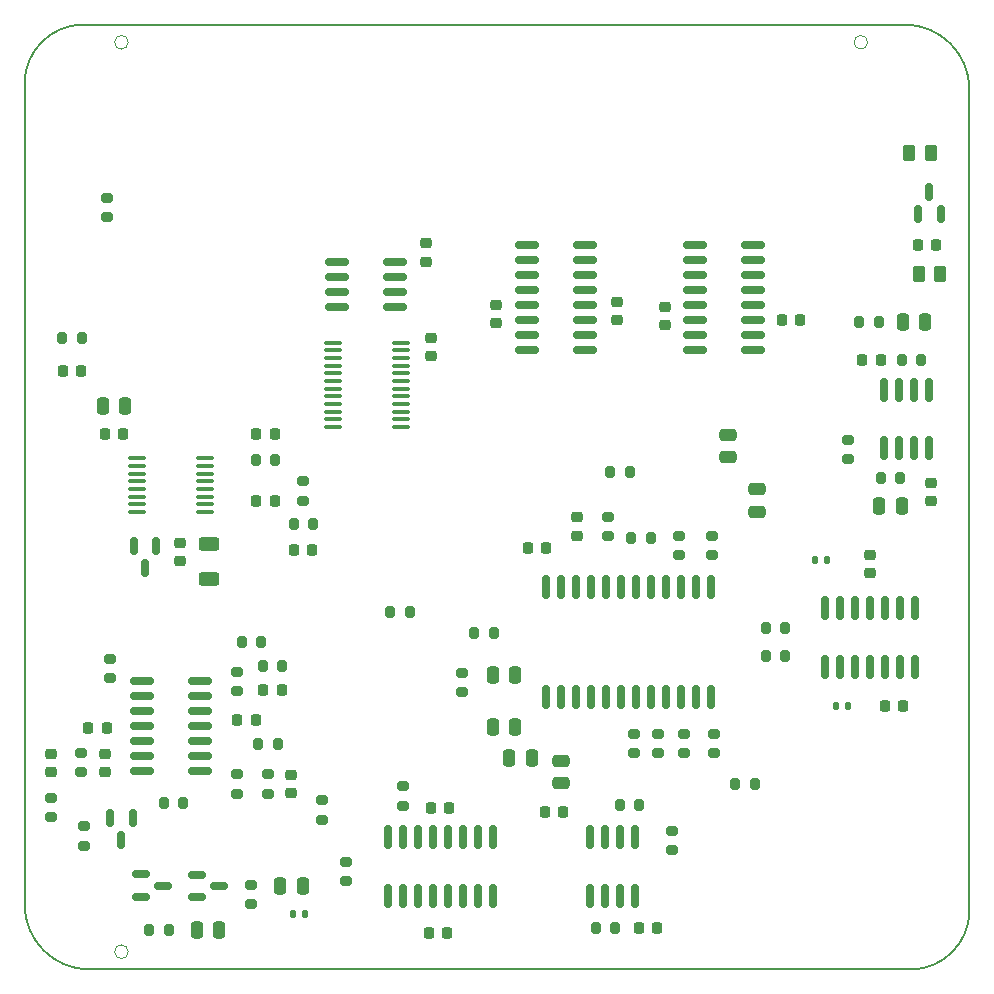
<source format=gbr>
G04 #@! TF.GenerationSoftware,KiCad,Pcbnew,(6.0.7-1)-1*
G04 #@! TF.CreationDate,2023-02-15T22:09:21-08:00*
G04 #@! TF.ProjectId,as3372,61733333-3732-42e6-9b69-6361645f7063,0.1*
G04 #@! TF.SameCoordinates,PX3d83120PY6590fa0*
G04 #@! TF.FileFunction,Paste,Top*
G04 #@! TF.FilePolarity,Positive*
%FSLAX46Y46*%
G04 Gerber Fmt 4.6, Leading zero omitted, Abs format (unit mm)*
G04 Created by KiCad (PCBNEW (6.0.7-1)-1) date 2023-02-15 22:09:21*
%MOMM*%
%LPD*%
G01*
G04 APERTURE LIST*
G04 Aperture macros list*
%AMRoundRect*
0 Rectangle with rounded corners*
0 $1 Rounding radius*
0 $2 $3 $4 $5 $6 $7 $8 $9 X,Y pos of 4 corners*
0 Add a 4 corners polygon primitive as box body*
4,1,4,$2,$3,$4,$5,$6,$7,$8,$9,$2,$3,0*
0 Add four circle primitives for the rounded corners*
1,1,$1+$1,$2,$3*
1,1,$1+$1,$4,$5*
1,1,$1+$1,$6,$7*
1,1,$1+$1,$8,$9*
0 Add four rect primitives between the rounded corners*
20,1,$1+$1,$2,$3,$4,$5,0*
20,1,$1+$1,$4,$5,$6,$7,0*
20,1,$1+$1,$6,$7,$8,$9,0*
20,1,$1+$1,$8,$9,$2,$3,0*%
G04 Aperture macros list end*
G04 #@! TA.AperFunction,Profile*
%ADD10C,0.150000*%
G04 #@! TD*
G04 #@! TA.AperFunction,Profile*
%ADD11C,0.050000*%
G04 #@! TD*
%ADD12RoundRect,0.250000X-0.250000X-0.475000X0.250000X-0.475000X0.250000X0.475000X-0.250000X0.475000X0*%
%ADD13RoundRect,0.225000X-0.225000X-0.250000X0.225000X-0.250000X0.225000X0.250000X-0.225000X0.250000X0*%
%ADD14RoundRect,0.250000X0.625000X-0.312500X0.625000X0.312500X-0.625000X0.312500X-0.625000X-0.312500X0*%
%ADD15RoundRect,0.225000X0.250000X-0.225000X0.250000X0.225000X-0.250000X0.225000X-0.250000X-0.225000X0*%
%ADD16RoundRect,0.100000X-0.637500X-0.100000X0.637500X-0.100000X0.637500X0.100000X-0.637500X0.100000X0*%
%ADD17RoundRect,0.200000X0.200000X0.275000X-0.200000X0.275000X-0.200000X-0.275000X0.200000X-0.275000X0*%
%ADD18RoundRect,0.218750X0.218750X0.256250X-0.218750X0.256250X-0.218750X-0.256250X0.218750X-0.256250X0*%
%ADD19RoundRect,0.225000X-0.250000X0.225000X-0.250000X-0.225000X0.250000X-0.225000X0.250000X0.225000X0*%
%ADD20RoundRect,0.150000X-0.150000X0.587500X-0.150000X-0.587500X0.150000X-0.587500X0.150000X0.587500X0*%
%ADD21RoundRect,0.150000X-0.825000X-0.150000X0.825000X-0.150000X0.825000X0.150000X-0.825000X0.150000X0*%
%ADD22RoundRect,0.200000X-0.275000X0.200000X-0.275000X-0.200000X0.275000X-0.200000X0.275000X0.200000X0*%
%ADD23RoundRect,0.250000X0.475000X-0.250000X0.475000X0.250000X-0.475000X0.250000X-0.475000X-0.250000X0*%
%ADD24RoundRect,0.200000X-0.200000X-0.275000X0.200000X-0.275000X0.200000X0.275000X-0.200000X0.275000X0*%
%ADD25RoundRect,0.250000X0.250000X0.475000X-0.250000X0.475000X-0.250000X-0.475000X0.250000X-0.475000X0*%
%ADD26RoundRect,0.135000X0.135000X0.185000X-0.135000X0.185000X-0.135000X-0.185000X0.135000X-0.185000X0*%
%ADD27RoundRect,0.200000X0.275000X-0.200000X0.275000X0.200000X-0.275000X0.200000X-0.275000X-0.200000X0*%
%ADD28RoundRect,0.150000X-0.150000X0.825000X-0.150000X-0.825000X0.150000X-0.825000X0.150000X0.825000X0*%
%ADD29RoundRect,0.225000X0.225000X0.250000X-0.225000X0.250000X-0.225000X-0.250000X0.225000X-0.250000X0*%
%ADD30RoundRect,0.250000X0.262500X0.450000X-0.262500X0.450000X-0.262500X-0.450000X0.262500X-0.450000X0*%
%ADD31RoundRect,0.135000X-0.135000X-0.185000X0.135000X-0.185000X0.135000X0.185000X-0.135000X0.185000X0*%
%ADD32RoundRect,0.150000X-0.587500X-0.150000X0.587500X-0.150000X0.587500X0.150000X-0.587500X0.150000X0*%
%ADD33RoundRect,0.150000X0.825000X0.150000X-0.825000X0.150000X-0.825000X-0.150000X0.825000X-0.150000X0*%
%ADD34RoundRect,0.150000X0.150000X-0.875000X0.150000X0.875000X-0.150000X0.875000X-0.150000X-0.875000X0*%
%ADD35RoundRect,0.150000X0.150000X-0.587500X0.150000X0.587500X-0.150000X0.587500X-0.150000X-0.587500X0*%
%ADD36RoundRect,0.150000X0.150000X-0.825000X0.150000X0.825000X-0.150000X0.825000X-0.150000X-0.825000X0*%
G04 APERTURE END LIST*
D10*
X82500000Y75500000D02*
G75*
G03*
X77000000Y81000000I-5500000J0D01*
G01*
X7500000Y81000000D02*
G75*
G03*
X2500000Y76000000I0J-5000000D01*
G01*
X7500000Y81000000D02*
X77000000Y81000000D01*
X77500000Y1000000D02*
G75*
G03*
X82500000Y6000000I0J5000000D01*
G01*
X2500000Y6500000D02*
G75*
G03*
X8000000Y1000000I5500000J0D01*
G01*
X77500000Y1000000D02*
X8000000Y1000000D01*
X2500000Y76000000D02*
X2500000Y6500000D01*
X82500000Y6000000D02*
X82500000Y75500000D01*
D11*
X73876000Y79500000D02*
G75*
G03*
X73876000Y79500000I-576000J0D01*
G01*
X11276000Y2500000D02*
G75*
G03*
X11276000Y2500000I-576000J0D01*
G01*
X11276000Y79500000D02*
G75*
G03*
X11276000Y79500000I-576000J0D01*
G01*
D12*
X9100000Y48700000D03*
X11000000Y48700000D03*
D13*
X9275000Y46300000D03*
X10825000Y46300000D03*
D14*
X18100000Y34087500D03*
X18100000Y37012500D03*
D15*
X36900000Y52925000D03*
X36900000Y54475000D03*
D16*
X28637500Y54075000D03*
X28637500Y53425000D03*
X28637500Y52775000D03*
X28637500Y52125000D03*
X28637500Y51475000D03*
X28637500Y50825000D03*
X28637500Y50175000D03*
X28637500Y49525000D03*
X28637500Y48875000D03*
X28637500Y48225000D03*
X28637500Y47575000D03*
X28637500Y46925000D03*
X34362500Y46925000D03*
X34362500Y47575000D03*
X34362500Y48225000D03*
X34362500Y48875000D03*
X34362500Y49525000D03*
X34362500Y50175000D03*
X34362500Y50825000D03*
X34362500Y51475000D03*
X34362500Y52125000D03*
X34362500Y52775000D03*
X34362500Y53425000D03*
X34362500Y54075000D03*
D17*
X7325000Y54500000D03*
X5675000Y54500000D03*
D18*
X5712500Y51700000D03*
X7287500Y51700000D03*
D19*
X36500000Y62475000D03*
X36500000Y60925000D03*
D20*
X13650000Y36887500D03*
X11750000Y36887500D03*
X12700000Y35012500D03*
D19*
X15700000Y37125000D03*
X15700000Y35575000D03*
D21*
X28950000Y60900000D03*
X28950000Y59630000D03*
X28950000Y58360000D03*
X28950000Y57090000D03*
X33900000Y57090000D03*
X33900000Y58360000D03*
X33900000Y59630000D03*
X33900000Y60900000D03*
D22*
X20500000Y17525000D03*
X20500000Y15875000D03*
D17*
X78430000Y52625000D03*
X76780000Y52625000D03*
D23*
X64530000Y39750000D03*
X64530000Y41650000D03*
D22*
X58300000Y20945000D03*
X58300000Y19295000D03*
D24*
X52075000Y43100000D03*
X53725000Y43100000D03*
D25*
X44050000Y25900000D03*
X42150000Y25900000D03*
D24*
X25275000Y38700000D03*
X26925000Y38700000D03*
D23*
X62100000Y44350000D03*
X62100000Y46250000D03*
D26*
X26221250Y5700000D03*
X25201250Y5700000D03*
D22*
X26100000Y42325000D03*
X26100000Y40675000D03*
D17*
X35125000Y31300000D03*
X33475000Y31300000D03*
D13*
X22725000Y24650000D03*
X24275000Y24650000D03*
D27*
X7300000Y17675000D03*
X7300000Y19325000D03*
D12*
X24150000Y8100000D03*
X26050000Y8100000D03*
D28*
X54205000Y12175000D03*
X52935000Y12175000D03*
X51665000Y12175000D03*
X50395000Y12175000D03*
X50395000Y7225000D03*
X51665000Y7225000D03*
X52935000Y7225000D03*
X54205000Y7225000D03*
D27*
X54100000Y19295000D03*
X54100000Y20945000D03*
D16*
X12037500Y44275000D03*
X12037500Y43625000D03*
X12037500Y42975000D03*
X12037500Y42325000D03*
X12037500Y41675000D03*
X12037500Y41025000D03*
X12037500Y40375000D03*
X12037500Y39725000D03*
X17762500Y39725000D03*
X17762500Y40375000D03*
X17762500Y41025000D03*
X17762500Y41675000D03*
X17762500Y42325000D03*
X17762500Y42975000D03*
X17762500Y43625000D03*
X17762500Y44275000D03*
D28*
X42145000Y12175000D03*
X40875000Y12175000D03*
X39605000Y12175000D03*
X38335000Y12175000D03*
X37065000Y12175000D03*
X35795000Y12175000D03*
X34525000Y12175000D03*
X33255000Y12175000D03*
X33255000Y7225000D03*
X34525000Y7225000D03*
X35795000Y7225000D03*
X37065000Y7225000D03*
X38335000Y7225000D03*
X39605000Y7225000D03*
X40875000Y7225000D03*
X42145000Y7225000D03*
D29*
X56075000Y4500000D03*
X54525000Y4500000D03*
X26875000Y36500000D03*
X25325000Y36500000D03*
D12*
X17087500Y4300000D03*
X18987500Y4300000D03*
D30*
X80012500Y59900000D03*
X78187500Y59900000D03*
D15*
X4700000Y17725000D03*
X4700000Y19275000D03*
D31*
X71190000Y23300000D03*
X72210000Y23300000D03*
D13*
X7900000Y21400000D03*
X9450000Y21400000D03*
D25*
X45450000Y18900000D03*
X43550000Y18900000D03*
D24*
X23725000Y44100000D03*
X22075000Y44100000D03*
D13*
X78125000Y62300000D03*
X79675000Y62300000D03*
D19*
X74100000Y36075000D03*
X74100000Y34525000D03*
D32*
X17100000Y9000000D03*
X17100000Y7100000D03*
X18975000Y8050000D03*
D17*
X76630000Y42625000D03*
X74980000Y42625000D03*
D33*
X64175000Y53455000D03*
X64175000Y54725000D03*
X64175000Y55995000D03*
X64175000Y57265000D03*
X64175000Y58535000D03*
X64175000Y59805000D03*
X64175000Y61075000D03*
X64175000Y62345000D03*
X59225000Y62345000D03*
X59225000Y61075000D03*
X59225000Y59805000D03*
X59225000Y58535000D03*
X59225000Y57265000D03*
X59225000Y55995000D03*
X59225000Y54725000D03*
X59225000Y53455000D03*
D20*
X11650000Y13837500D03*
X9750000Y13837500D03*
X10700000Y11962500D03*
D34*
X46615000Y24050000D03*
X47885000Y24050000D03*
X49155000Y24050000D03*
X50425000Y24050000D03*
X51695000Y24050000D03*
X52965000Y24050000D03*
X54235000Y24050000D03*
X55505000Y24050000D03*
X56775000Y24050000D03*
X58045000Y24050000D03*
X59315000Y24050000D03*
X60585000Y24050000D03*
X60585000Y33350000D03*
X59315000Y33350000D03*
X58045000Y33350000D03*
X56775000Y33350000D03*
X55505000Y33350000D03*
X54235000Y33350000D03*
X52965000Y33350000D03*
X51695000Y33350000D03*
X50425000Y33350000D03*
X49155000Y33350000D03*
X47885000Y33350000D03*
X46615000Y33350000D03*
D19*
X25100000Y17475000D03*
X25100000Y15925000D03*
D30*
X79212500Y70100000D03*
X77387500Y70100000D03*
D19*
X9300000Y19275000D03*
X9300000Y17725000D03*
X79205000Y42200000D03*
X79205000Y40650000D03*
D22*
X51900000Y39325000D03*
X51900000Y37675000D03*
D27*
X56100000Y19295000D03*
X56100000Y20945000D03*
D29*
X48075000Y14300000D03*
X46525000Y14300000D03*
D17*
X74830000Y55825000D03*
X73180000Y55825000D03*
D24*
X40575000Y29500000D03*
X42225000Y29500000D03*
D22*
X27700000Y15325000D03*
X27700000Y13675000D03*
D27*
X9700000Y25675000D03*
X9700000Y27325000D03*
D29*
X22125000Y46300000D03*
X23675000Y46300000D03*
D31*
X69390000Y35700000D03*
X70410000Y35700000D03*
D22*
X57900000Y37725000D03*
X57900000Y36075000D03*
D27*
X23100000Y15875000D03*
X23100000Y17525000D03*
D22*
X60700000Y37725000D03*
X60700000Y36075000D03*
D21*
X12425000Y25410000D03*
X12425000Y24140000D03*
X12425000Y22870000D03*
X12425000Y21600000D03*
X12425000Y20330000D03*
X12425000Y19060000D03*
X12425000Y17790000D03*
X17375000Y17790000D03*
X17375000Y19060000D03*
X17375000Y20330000D03*
X17375000Y21600000D03*
X17375000Y22870000D03*
X17375000Y24140000D03*
X17375000Y25410000D03*
D27*
X20500000Y24575000D03*
X20500000Y26225000D03*
D19*
X49300000Y39275000D03*
X49300000Y37725000D03*
D25*
X76755000Y40225000D03*
X74855000Y40225000D03*
D29*
X76875000Y23300000D03*
X75325000Y23300000D03*
D25*
X44050000Y21500000D03*
X42150000Y21500000D03*
D27*
X21700000Y6525000D03*
X21700000Y8175000D03*
D32*
X12362500Y9050000D03*
X12362500Y7150000D03*
X14237500Y8100000D03*
D22*
X60900000Y20945000D03*
X60900000Y19295000D03*
D27*
X72205000Y44200000D03*
X72205000Y45850000D03*
D17*
X52525000Y4500000D03*
X50875000Y4500000D03*
X23925000Y20100000D03*
X22275000Y20100000D03*
D22*
X34500000Y16525000D03*
X34500000Y14875000D03*
D17*
X24325000Y26700000D03*
X22675000Y26700000D03*
X55525000Y37500000D03*
X53875000Y37500000D03*
X14725000Y4300000D03*
X13075000Y4300000D03*
D24*
X20875000Y28700000D03*
X22525000Y28700000D03*
X65275000Y29900000D03*
X66925000Y29900000D03*
D29*
X22125000Y40700000D03*
X23675000Y40700000D03*
D19*
X52635000Y57550000D03*
X52635000Y56000000D03*
D15*
X42425000Y55700000D03*
X42425000Y57250000D03*
D13*
X73430000Y52625000D03*
X74980000Y52625000D03*
D29*
X22075000Y22100000D03*
X20525000Y22100000D03*
D24*
X65275000Y27500000D03*
X66925000Y27500000D03*
D27*
X9500000Y64675000D03*
X9500000Y66325000D03*
X29700000Y8475000D03*
X29700000Y10125000D03*
D23*
X47900000Y18650000D03*
X47900000Y16750000D03*
D27*
X4700000Y13875000D03*
X4700000Y15525000D03*
D35*
X78150000Y64962500D03*
X80050000Y64962500D03*
X79100000Y66837500D03*
D29*
X68175000Y55975000D03*
X66625000Y55975000D03*
D13*
X36725000Y4100000D03*
X38275000Y4100000D03*
D29*
X38475000Y14700000D03*
X36925000Y14700000D03*
D33*
X49975000Y53455000D03*
X49975000Y54725000D03*
X49975000Y55995000D03*
X49975000Y57265000D03*
X49975000Y58535000D03*
X49975000Y59805000D03*
X49975000Y61075000D03*
X49975000Y62345000D03*
X45025000Y62345000D03*
X45025000Y61075000D03*
X45025000Y59805000D03*
X45025000Y58535000D03*
X45025000Y57265000D03*
X45025000Y55995000D03*
X45025000Y54725000D03*
X45025000Y53455000D03*
D15*
X56700000Y55575000D03*
X56700000Y57125000D03*
D13*
X45125000Y36700000D03*
X46675000Y36700000D03*
D25*
X78755000Y55825000D03*
X76855000Y55825000D03*
D22*
X39500000Y26125000D03*
X39500000Y24475000D03*
D17*
X64325000Y16700000D03*
X62675000Y16700000D03*
D22*
X57300000Y12725000D03*
X57300000Y11075000D03*
D36*
X75300000Y45150000D03*
X76570000Y45150000D03*
X77840000Y45150000D03*
X79110000Y45150000D03*
X79110000Y50100000D03*
X77840000Y50100000D03*
X76570000Y50100000D03*
X75300000Y50100000D03*
D24*
X14275000Y15100000D03*
X15925000Y15100000D03*
X52875000Y14900000D03*
X54525000Y14900000D03*
D36*
X70290000Y26625000D03*
X71560000Y26625000D03*
X72830000Y26625000D03*
X74100000Y26625000D03*
X75370000Y26625000D03*
X76640000Y26625000D03*
X77910000Y26625000D03*
X77910000Y31575000D03*
X76640000Y31575000D03*
X75370000Y31575000D03*
X74100000Y31575000D03*
X72830000Y31575000D03*
X71560000Y31575000D03*
X70290000Y31575000D03*
D22*
X7500000Y13125000D03*
X7500000Y11475000D03*
M02*

</source>
